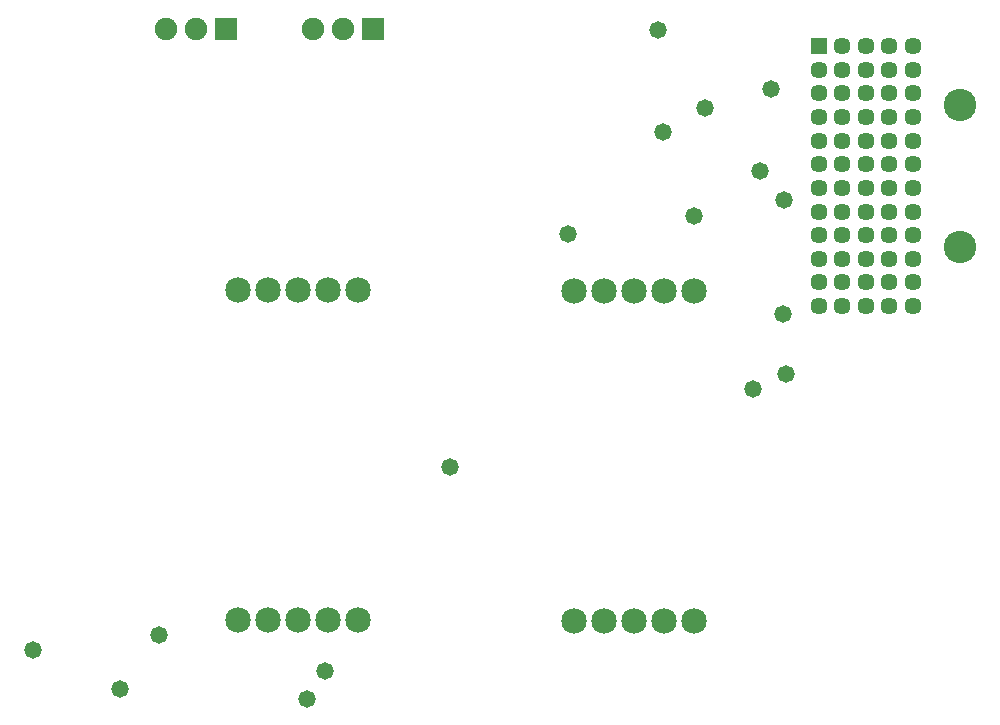
<source format=gbs>
G04*
G04 #@! TF.GenerationSoftware,Altium Limited,Altium Designer,22.10.1 (41)*
G04*
G04 Layer_Color=16711935*
%FSLAX44Y44*%
%MOMM*%
G71*
G04*
G04 #@! TF.SameCoordinates,F5FADBD9-E43F-4EF7-845D-54409DE5C24F*
G04*
G04*
G04 #@! TF.FilePolarity,Negative*
G04*
G01*
G75*
%ADD27C,2.1590*%
%ADD28R,1.9032X1.9032*%
%ADD29C,1.9032*%
%ADD30R,1.4462X1.4462*%
%ADD31C,1.4462*%
%ADD32C,1.4732*%
%ADD33C,2.7432*%
D27*
X496570Y241300D02*
D03*
X521970D02*
D03*
X547370D02*
D03*
X572770D02*
D03*
X598170D02*
D03*
X496570Y520700D02*
D03*
X521970D02*
D03*
X547370D02*
D03*
X572770D02*
D03*
X598170D02*
D03*
X212090Y242570D02*
D03*
X237490D02*
D03*
X262890D02*
D03*
X288290D02*
D03*
X313690D02*
D03*
X212090Y521970D02*
D03*
X237490D02*
D03*
X262890D02*
D03*
X288290D02*
D03*
X313690D02*
D03*
D28*
X326390Y742950D02*
D03*
X201930D02*
D03*
D29*
X300990D02*
D03*
X275590D02*
D03*
X151130D02*
D03*
X176530D02*
D03*
D30*
X703590Y728020D02*
D03*
D31*
Y708020D02*
D03*
Y688020D02*
D03*
Y668020D02*
D03*
Y648020D02*
D03*
Y628020D02*
D03*
Y608020D02*
D03*
Y588020D02*
D03*
Y568020D02*
D03*
Y548020D02*
D03*
Y528020D02*
D03*
Y508020D02*
D03*
X723590Y728020D02*
D03*
Y708020D02*
D03*
Y688020D02*
D03*
Y668020D02*
D03*
Y648020D02*
D03*
Y628020D02*
D03*
Y608020D02*
D03*
Y588020D02*
D03*
Y568020D02*
D03*
Y548020D02*
D03*
Y528020D02*
D03*
Y508020D02*
D03*
X743590Y728020D02*
D03*
Y708020D02*
D03*
Y688020D02*
D03*
Y668020D02*
D03*
Y648020D02*
D03*
Y628020D02*
D03*
Y608020D02*
D03*
Y588020D02*
D03*
Y568020D02*
D03*
Y548020D02*
D03*
Y528020D02*
D03*
Y508020D02*
D03*
X763590Y728020D02*
D03*
Y708020D02*
D03*
Y688020D02*
D03*
Y668020D02*
D03*
Y648020D02*
D03*
Y628020D02*
D03*
Y608020D02*
D03*
Y588020D02*
D03*
Y568020D02*
D03*
Y548020D02*
D03*
Y528020D02*
D03*
Y508020D02*
D03*
X783590Y728020D02*
D03*
Y708020D02*
D03*
Y688020D02*
D03*
Y668020D02*
D03*
Y648020D02*
D03*
Y628020D02*
D03*
Y608020D02*
D03*
Y588020D02*
D03*
Y568020D02*
D03*
Y548020D02*
D03*
Y528020D02*
D03*
Y508020D02*
D03*
D32*
X111760Y184150D02*
D03*
X38100Y217170D02*
D03*
X675640Y450850D02*
D03*
X491490Y568960D02*
D03*
X654344Y622420D02*
D03*
X674370Y598170D02*
D03*
X598170Y584200D02*
D03*
X285750Y199390D02*
D03*
X270510Y175260D02*
D03*
X673100Y501650D02*
D03*
X647700Y438150D02*
D03*
X571500Y655320D02*
D03*
X662940Y692150D02*
D03*
X391160Y372110D02*
D03*
X607060Y675640D02*
D03*
X567690Y741680D02*
D03*
X144780Y229870D02*
D03*
D33*
X823590Y678020D02*
D03*
Y558020D02*
D03*
M02*

</source>
